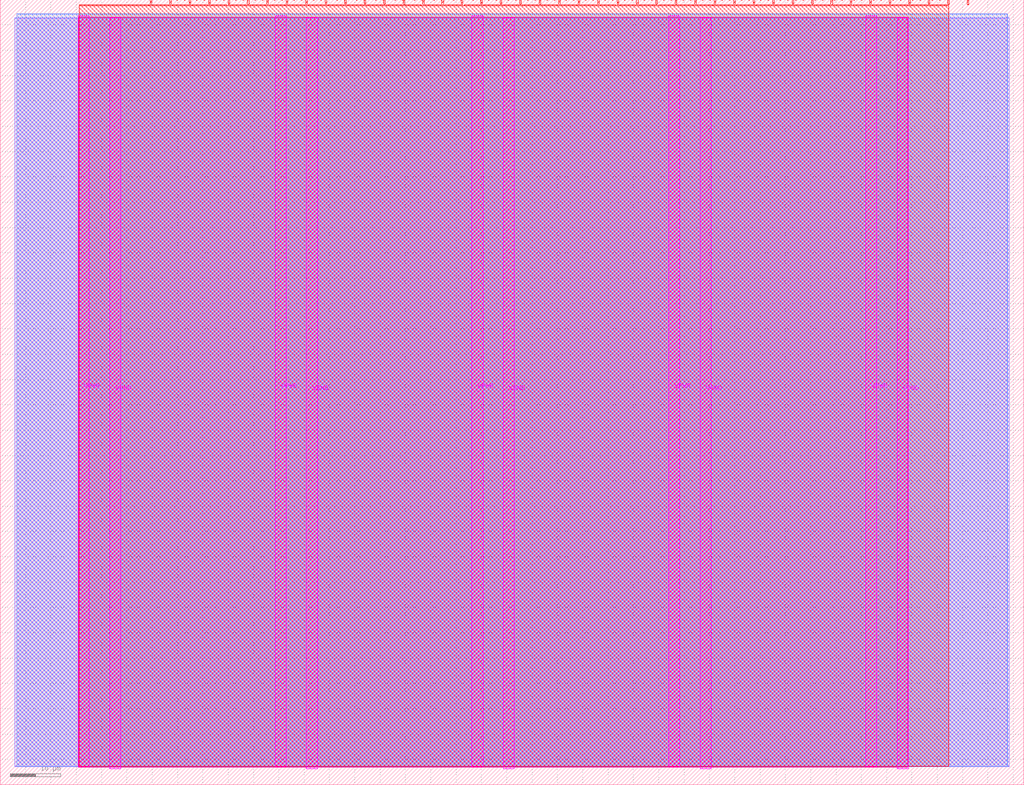
<source format=lef>
VERSION 5.7 ;
  NOWIREEXTENSIONATPIN ON ;
  DIVIDERCHAR "/" ;
  BUSBITCHARS "[]" ;
MACRO tt_um_ygdes_hdsiso8
  CLASS BLOCK ;
  FOREIGN tt_um_ygdes_hdsiso8 ;
  ORIGIN 0.000 0.000 ;
  SIZE 202.080 BY 154.980 ;
  PIN VGND
    DIRECTION INOUT ;
    USE GROUND ;
    PORT
      LAYER TopMetal1 ;
        RECT 21.580 3.150 23.780 151.420 ;
    END
    PORT
      LAYER TopMetal1 ;
        RECT 60.450 3.150 62.650 151.420 ;
    END
    PORT
      LAYER TopMetal1 ;
        RECT 99.320 3.150 101.520 151.420 ;
    END
    PORT
      LAYER TopMetal1 ;
        RECT 138.190 3.150 140.390 151.420 ;
    END
    PORT
      LAYER TopMetal1 ;
        RECT 177.060 3.150 179.260 151.420 ;
    END
  END VGND
  PIN VPWR
    DIRECTION INOUT ;
    USE POWER ;
    PORT
      LAYER TopMetal1 ;
        RECT 15.380 3.560 17.580 151.830 ;
    END
    PORT
      LAYER TopMetal1 ;
        RECT 54.250 3.560 56.450 151.830 ;
    END
    PORT
      LAYER TopMetal1 ;
        RECT 93.120 3.560 95.320 151.830 ;
    END
    PORT
      LAYER TopMetal1 ;
        RECT 131.990 3.560 134.190 151.830 ;
    END
    PORT
      LAYER TopMetal1 ;
        RECT 170.860 3.560 173.060 151.830 ;
    END
  END VPWR
  PIN clk
    DIRECTION INPUT ;
    USE SIGNAL ;
    ANTENNAGATEAREA 0.226200 ;
    PORT
      LAYER Metal4 ;
        RECT 187.050 153.980 187.350 154.980 ;
    END
  END clk
  PIN ena
    DIRECTION INPUT ;
    USE SIGNAL ;
    PORT
      LAYER Metal4 ;
        RECT 190.890 153.980 191.190 154.980 ;
    END
  END ena
  PIN rst_n
    DIRECTION INPUT ;
    USE SIGNAL ;
    ANTENNAGATEAREA 0.180700 ;
    PORT
      LAYER Metal4 ;
        RECT 183.210 153.980 183.510 154.980 ;
    END
  END rst_n
  PIN ui_in[0]
    DIRECTION INPUT ;
    USE SIGNAL ;
    ANTENNAGATEAREA 0.180700 ;
    PORT
      LAYER Metal4 ;
        RECT 179.370 153.980 179.670 154.980 ;
    END
  END ui_in[0]
  PIN ui_in[1]
    DIRECTION INPUT ;
    USE SIGNAL ;
    ANTENNAGATEAREA 0.180700 ;
    PORT
      LAYER Metal4 ;
        RECT 175.530 153.980 175.830 154.980 ;
    END
  END ui_in[1]
  PIN ui_in[2]
    DIRECTION INPUT ;
    USE SIGNAL ;
    ANTENNAGATEAREA 0.180700 ;
    PORT
      LAYER Metal4 ;
        RECT 171.690 153.980 171.990 154.980 ;
    END
  END ui_in[2]
  PIN ui_in[3]
    DIRECTION INPUT ;
    USE SIGNAL ;
    ANTENNAGATEAREA 0.180700 ;
    PORT
      LAYER Metal4 ;
        RECT 167.850 153.980 168.150 154.980 ;
    END
  END ui_in[3]
  PIN ui_in[4]
    DIRECTION INPUT ;
    USE SIGNAL ;
    ANTENNAGATEAREA 0.180700 ;
    PORT
      LAYER Metal4 ;
        RECT 164.010 153.980 164.310 154.980 ;
    END
  END ui_in[4]
  PIN ui_in[5]
    DIRECTION INPUT ;
    USE SIGNAL ;
    ANTENNAGATEAREA 0.213200 ;
    PORT
      LAYER Metal4 ;
        RECT 160.170 153.980 160.470 154.980 ;
    END
  END ui_in[5]
  PIN ui_in[6]
    DIRECTION INPUT ;
    USE SIGNAL ;
    ANTENNAGATEAREA 0.180700 ;
    PORT
      LAYER Metal4 ;
        RECT 156.330 153.980 156.630 154.980 ;
    END
  END ui_in[6]
  PIN ui_in[7]
    DIRECTION INPUT ;
    USE SIGNAL ;
    ANTENNAGATEAREA 0.180700 ;
    PORT
      LAYER Metal4 ;
        RECT 152.490 153.980 152.790 154.980 ;
    END
  END ui_in[7]
  PIN uio_in[0]
    DIRECTION INPUT ;
    USE SIGNAL ;
    PORT
      LAYER Metal4 ;
        RECT 148.650 153.980 148.950 154.980 ;
    END
  END uio_in[0]
  PIN uio_in[1]
    DIRECTION INPUT ;
    USE SIGNAL ;
    PORT
      LAYER Metal4 ;
        RECT 144.810 153.980 145.110 154.980 ;
    END
  END uio_in[1]
  PIN uio_in[2]
    DIRECTION INPUT ;
    USE SIGNAL ;
    PORT
      LAYER Metal4 ;
        RECT 140.970 153.980 141.270 154.980 ;
    END
  END uio_in[2]
  PIN uio_in[3]
    DIRECTION INPUT ;
    USE SIGNAL ;
    PORT
      LAYER Metal4 ;
        RECT 137.130 153.980 137.430 154.980 ;
    END
  END uio_in[3]
  PIN uio_in[4]
    DIRECTION INPUT ;
    USE SIGNAL ;
    PORT
      LAYER Metal4 ;
        RECT 133.290 153.980 133.590 154.980 ;
    END
  END uio_in[4]
  PIN uio_in[5]
    DIRECTION INPUT ;
    USE SIGNAL ;
    PORT
      LAYER Metal4 ;
        RECT 129.450 153.980 129.750 154.980 ;
    END
  END uio_in[5]
  PIN uio_in[6]
    DIRECTION INPUT ;
    USE SIGNAL ;
    PORT
      LAYER Metal4 ;
        RECT 125.610 153.980 125.910 154.980 ;
    END
  END uio_in[6]
  PIN uio_in[7]
    DIRECTION INPUT ;
    USE SIGNAL ;
    PORT
      LAYER Metal4 ;
        RECT 121.770 153.980 122.070 154.980 ;
    END
  END uio_in[7]
  PIN uio_oe[0]
    DIRECTION OUTPUT ;
    USE SIGNAL ;
    ANTENNADIFFAREA 0.392700 ;
    PORT
      LAYER Metal4 ;
        RECT 56.490 153.980 56.790 154.980 ;
    END
  END uio_oe[0]
  PIN uio_oe[1]
    DIRECTION OUTPUT ;
    USE SIGNAL ;
    ANTENNADIFFAREA 0.392700 ;
    PORT
      LAYER Metal4 ;
        RECT 52.650 153.980 52.950 154.980 ;
    END
  END uio_oe[1]
  PIN uio_oe[2]
    DIRECTION OUTPUT ;
    USE SIGNAL ;
    ANTENNADIFFAREA 0.392700 ;
    PORT
      LAYER Metal4 ;
        RECT 48.810 153.980 49.110 154.980 ;
    END
  END uio_oe[2]
  PIN uio_oe[3]
    DIRECTION OUTPUT ;
    USE SIGNAL ;
    ANTENNADIFFAREA 0.392700 ;
    PORT
      LAYER Metal4 ;
        RECT 44.970 153.980 45.270 154.980 ;
    END
  END uio_oe[3]
  PIN uio_oe[4]
    DIRECTION OUTPUT ;
    USE SIGNAL ;
    ANTENNADIFFAREA 0.392700 ;
    PORT
      LAYER Metal4 ;
        RECT 41.130 153.980 41.430 154.980 ;
    END
  END uio_oe[4]
  PIN uio_oe[5]
    DIRECTION OUTPUT ;
    USE SIGNAL ;
    ANTENNADIFFAREA 0.392700 ;
    PORT
      LAYER Metal4 ;
        RECT 37.290 153.980 37.590 154.980 ;
    END
  END uio_oe[5]
  PIN uio_oe[6]
    DIRECTION OUTPUT ;
    USE SIGNAL ;
    ANTENNADIFFAREA 0.392700 ;
    PORT
      LAYER Metal4 ;
        RECT 33.450 153.980 33.750 154.980 ;
    END
  END uio_oe[6]
  PIN uio_oe[7]
    DIRECTION OUTPUT ;
    USE SIGNAL ;
    ANTENNADIFFAREA 0.392700 ;
    PORT
      LAYER Metal4 ;
        RECT 29.610 153.980 29.910 154.980 ;
    END
  END uio_oe[7]
  PIN uio_out[0]
    DIRECTION OUTPUT ;
    USE SIGNAL ;
    ANTENNADIFFAREA 1.008100 ;
    PORT
      LAYER Metal4 ;
        RECT 87.210 153.980 87.510 154.980 ;
    END
  END uio_out[0]
  PIN uio_out[1]
    DIRECTION OUTPUT ;
    USE SIGNAL ;
    ANTENNADIFFAREA 1.008100 ;
    PORT
      LAYER Metal4 ;
        RECT 83.370 153.980 83.670 154.980 ;
    END
  END uio_out[1]
  PIN uio_out[2]
    DIRECTION OUTPUT ;
    USE SIGNAL ;
    ANTENNADIFFAREA 1.008100 ;
    PORT
      LAYER Metal4 ;
        RECT 79.530 153.980 79.830 154.980 ;
    END
  END uio_out[2]
  PIN uio_out[3]
    DIRECTION OUTPUT ;
    USE SIGNAL ;
    ANTENNADIFFAREA 1.008100 ;
    PORT
      LAYER Metal4 ;
        RECT 75.690 153.980 75.990 154.980 ;
    END
  END uio_out[3]
  PIN uio_out[4]
    DIRECTION OUTPUT ;
    USE SIGNAL ;
    ANTENNADIFFAREA 1.008100 ;
    PORT
      LAYER Metal4 ;
        RECT 71.850 153.980 72.150 154.980 ;
    END
  END uio_out[4]
  PIN uio_out[5]
    DIRECTION OUTPUT ;
    USE SIGNAL ;
    ANTENNADIFFAREA 1.008100 ;
    PORT
      LAYER Metal4 ;
        RECT 68.010 153.980 68.310 154.980 ;
    END
  END uio_out[5]
  PIN uio_out[6]
    DIRECTION OUTPUT ;
    USE SIGNAL ;
    ANTENNADIFFAREA 1.008100 ;
    PORT
      LAYER Metal4 ;
        RECT 64.170 153.980 64.470 154.980 ;
    END
  END uio_out[6]
  PIN uio_out[7]
    DIRECTION OUTPUT ;
    USE SIGNAL ;
    ANTENNADIFFAREA 1.008100 ;
    PORT
      LAYER Metal4 ;
        RECT 60.330 153.980 60.630 154.980 ;
    END
  END uio_out[7]
  PIN uo_out[0]
    DIRECTION OUTPUT ;
    USE SIGNAL ;
    ANTENNADIFFAREA 1.008100 ;
    PORT
      LAYER Metal4 ;
        RECT 117.930 153.980 118.230 154.980 ;
    END
  END uo_out[0]
  PIN uo_out[1]
    DIRECTION OUTPUT ;
    USE SIGNAL ;
    ANTENNADIFFAREA 0.708600 ;
    PORT
      LAYER Metal4 ;
        RECT 114.090 153.980 114.390 154.980 ;
    END
  END uo_out[1]
  PIN uo_out[2]
    DIRECTION OUTPUT ;
    USE SIGNAL ;
    ANTENNAGATEAREA 0.592800 ;
    ANTENNADIFFAREA 0.632400 ;
    PORT
      LAYER Metal4 ;
        RECT 110.250 153.980 110.550 154.980 ;
    END
  END uo_out[2]
  PIN uo_out[3]
    DIRECTION OUTPUT ;
    USE SIGNAL ;
    ANTENNAGATEAREA 0.351000 ;
    ANTENNADIFFAREA 0.632400 ;
    PORT
      LAYER Metal4 ;
        RECT 106.410 153.980 106.710 154.980 ;
    END
  END uo_out[3]
  PIN uo_out[4]
    DIRECTION OUTPUT ;
    USE SIGNAL ;
    ANTENNAGATEAREA 0.592800 ;
    ANTENNADIFFAREA 0.632400 ;
    PORT
      LAYER Metal4 ;
        RECT 102.570 153.980 102.870 154.980 ;
    END
  END uo_out[4]
  PIN uo_out[5]
    DIRECTION OUTPUT ;
    USE SIGNAL ;
    ANTENNAGATEAREA 0.483600 ;
    ANTENNADIFFAREA 0.632400 ;
    PORT
      LAYER Metal4 ;
        RECT 98.730 153.980 99.030 154.980 ;
    END
  END uo_out[5]
  PIN uo_out[6]
    DIRECTION OUTPUT ;
    USE SIGNAL ;
    ANTENNADIFFAREA 0.708600 ;
    PORT
      LAYER Metal4 ;
        RECT 94.890 153.980 95.190 154.980 ;
    END
  END uo_out[6]
  PIN uo_out[7]
    DIRECTION OUTPUT ;
    USE SIGNAL ;
    ANTENNADIFFAREA 0.708600 ;
    PORT
      LAYER Metal4 ;
        RECT 91.050 153.980 91.350 154.980 ;
    END
  END uo_out[7]
  OBS
      LAYER GatPoly ;
        RECT 2.880 3.630 199.200 151.350 ;
      LAYER Metal1 ;
        RECT 2.880 3.560 199.200 151.420 ;
      LAYER Metal2 ;
        RECT 3.255 3.635 198.825 152.185 ;
      LAYER Metal3 ;
        RECT 3.215 3.680 198.865 152.145 ;
      LAYER Metal4 ;
        RECT 15.560 153.770 29.400 153.980 ;
        RECT 30.120 153.770 33.240 153.980 ;
        RECT 33.960 153.770 37.080 153.980 ;
        RECT 37.800 153.770 40.920 153.980 ;
        RECT 41.640 153.770 44.760 153.980 ;
        RECT 45.480 153.770 48.600 153.980 ;
        RECT 49.320 153.770 52.440 153.980 ;
        RECT 53.160 153.770 56.280 153.980 ;
        RECT 57.000 153.770 60.120 153.980 ;
        RECT 60.840 153.770 63.960 153.980 ;
        RECT 64.680 153.770 67.800 153.980 ;
        RECT 68.520 153.770 71.640 153.980 ;
        RECT 72.360 153.770 75.480 153.980 ;
        RECT 76.200 153.770 79.320 153.980 ;
        RECT 80.040 153.770 83.160 153.980 ;
        RECT 83.880 153.770 87.000 153.980 ;
        RECT 87.720 153.770 90.840 153.980 ;
        RECT 91.560 153.770 94.680 153.980 ;
        RECT 95.400 153.770 98.520 153.980 ;
        RECT 99.240 153.770 102.360 153.980 ;
        RECT 103.080 153.770 106.200 153.980 ;
        RECT 106.920 153.770 110.040 153.980 ;
        RECT 110.760 153.770 113.880 153.980 ;
        RECT 114.600 153.770 117.720 153.980 ;
        RECT 118.440 153.770 121.560 153.980 ;
        RECT 122.280 153.770 125.400 153.980 ;
        RECT 126.120 153.770 129.240 153.980 ;
        RECT 129.960 153.770 133.080 153.980 ;
        RECT 133.800 153.770 136.920 153.980 ;
        RECT 137.640 153.770 140.760 153.980 ;
        RECT 141.480 153.770 144.600 153.980 ;
        RECT 145.320 153.770 148.440 153.980 ;
        RECT 149.160 153.770 152.280 153.980 ;
        RECT 153.000 153.770 156.120 153.980 ;
        RECT 156.840 153.770 159.960 153.980 ;
        RECT 160.680 153.770 163.800 153.980 ;
        RECT 164.520 153.770 167.640 153.980 ;
        RECT 168.360 153.770 171.480 153.980 ;
        RECT 172.200 153.770 175.320 153.980 ;
        RECT 176.040 153.770 179.160 153.980 ;
        RECT 179.880 153.770 183.000 153.980 ;
        RECT 183.720 153.770 186.840 153.980 ;
        RECT 15.560 3.635 187.300 153.770 ;
      LAYER Metal5 ;
        RECT 15.515 3.470 179.125 151.510 ;
  END
END tt_um_ygdes_hdsiso8
END LIBRARY


</source>
